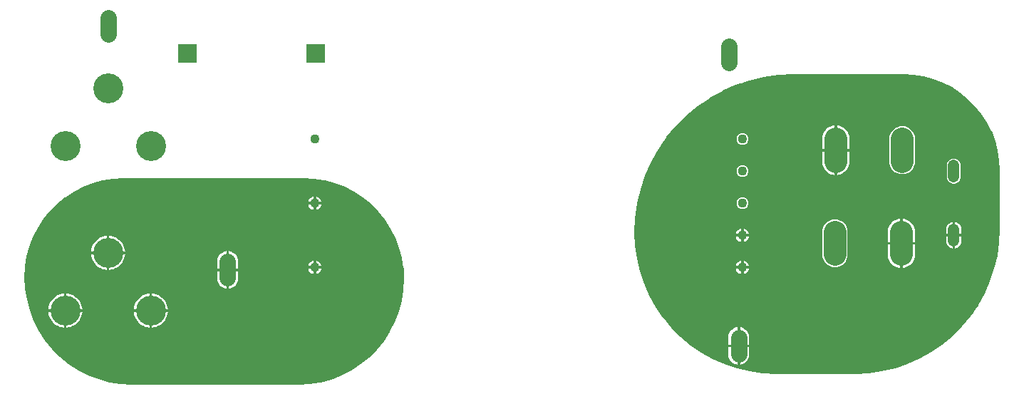
<source format=gbr>
G04 EAGLE Gerber X2 export*
%TF.Part,Single*%
%TF.FileFunction,Copper,L2,Bot,Mixed*%
%TF.FilePolarity,Positive*%
%TF.GenerationSoftware,Autodesk,EAGLE,9.1.3*%
%TF.CreationDate,2018-11-12T08:01:02Z*%
G75*
%MOMM*%
%FSLAX34Y34*%
%LPD*%
%AMOC8*
5,1,8,0,0,1.08239X$1,22.5*%
G01*
%ADD10R,2.286000X2.286000*%
%ADD11C,2.700000*%
%ADD12C,1.108000*%
%ADD13C,1.320800*%
%ADD14C,3.556000*%
%ADD15C,1.981200*%
%ADD16C,0.756400*%

G36*
X1025688Y25641D02*
X1025688Y25641D01*
X1025710Y25640D01*
X1041512Y26370D01*
X1041537Y26375D01*
X1041582Y26377D01*
X1057250Y28562D01*
X1057274Y28570D01*
X1057319Y28575D01*
X1072718Y32197D01*
X1072741Y32206D01*
X1072785Y32216D01*
X1073721Y32530D01*
X1075992Y33291D01*
X1078264Y34052D01*
X1080535Y34814D01*
X1085077Y36336D01*
X1087784Y37243D01*
X1087806Y37255D01*
X1087850Y37269D01*
X1102321Y43658D01*
X1102342Y43672D01*
X1102384Y43690D01*
X1116204Y51387D01*
X1116223Y51403D01*
X1116263Y51424D01*
X1129314Y60364D01*
X1129332Y60381D01*
X1129370Y60406D01*
X1141540Y70512D01*
X1141557Y70531D01*
X1141592Y70560D01*
X1152778Y81745D01*
X1152792Y81766D01*
X1152825Y81797D01*
X1162931Y93967D01*
X1162944Y93989D01*
X1162973Y94024D01*
X1165375Y97529D01*
X1165375Y97530D01*
X1165896Y98291D01*
X1165897Y98291D01*
X1166418Y99052D01*
X1166939Y99813D01*
X1166940Y99813D01*
X1167461Y100574D01*
X1167461Y100575D01*
X1167982Y101336D01*
X1168504Y102097D01*
X1171913Y107074D01*
X1171924Y107097D01*
X1171950Y107134D01*
X1179648Y120954D01*
X1179656Y120977D01*
X1179679Y121017D01*
X1186069Y135488D01*
X1186075Y135512D01*
X1186094Y135553D01*
X1191121Y150552D01*
X1191125Y150577D01*
X1191141Y150620D01*
X1194762Y166019D01*
X1194764Y166044D01*
X1194775Y166088D01*
X1196961Y181755D01*
X1196960Y181780D01*
X1196967Y181825D01*
X1197698Y197627D01*
X1197696Y197641D01*
X1197699Y197663D01*
X1197699Y267150D01*
X1197696Y267165D01*
X1197698Y267190D01*
X1197075Y279080D01*
X1197069Y279107D01*
X1197066Y279159D01*
X1195204Y290919D01*
X1195195Y290945D01*
X1195187Y290997D01*
X1192106Y302498D01*
X1192094Y302523D01*
X1192081Y302574D01*
X1187814Y313689D01*
X1187800Y313713D01*
X1187782Y313762D01*
X1182376Y324371D01*
X1182360Y324393D01*
X1182336Y324440D01*
X1175852Y334425D01*
X1175833Y334446D01*
X1175805Y334490D01*
X1168312Y343743D01*
X1168291Y343761D01*
X1168259Y343802D01*
X1159839Y352221D01*
X1159817Y352237D01*
X1159780Y352274D01*
X1150527Y359767D01*
X1150503Y359781D01*
X1150463Y359814D01*
X1140477Y366299D01*
X1140452Y366310D01*
X1140408Y366339D01*
X1129799Y371744D01*
X1129773Y371752D01*
X1129727Y371776D01*
X1118611Y376043D01*
X1118584Y376049D01*
X1118535Y376068D01*
X1107035Y379150D01*
X1107007Y379152D01*
X1106957Y379166D01*
X1095197Y381029D01*
X1095169Y381029D01*
X1095117Y381037D01*
X1083227Y381660D01*
X1083212Y381659D01*
X1083188Y381661D01*
X951613Y381661D01*
X951599Y381659D01*
X951577Y381660D01*
X934296Y380861D01*
X934271Y380856D01*
X934226Y380855D01*
X917092Y378465D01*
X917068Y378457D01*
X917023Y378452D01*
X900183Y374491D01*
X900160Y374482D01*
X900115Y374472D01*
X899457Y374252D01*
X899457Y374251D01*
X897186Y373490D01*
X892644Y371968D01*
X890372Y371207D01*
X890372Y371206D01*
X888101Y370445D01*
X883712Y368974D01*
X883690Y368963D01*
X883647Y368949D01*
X867821Y361961D01*
X867800Y361947D01*
X867758Y361930D01*
X852645Y353512D01*
X852625Y353496D01*
X852585Y353475D01*
X838313Y343698D01*
X838305Y343690D01*
X838297Y343686D01*
X838287Y343676D01*
X838257Y343656D01*
X824947Y332604D01*
X824931Y332585D01*
X824895Y332556D01*
X812662Y320324D01*
X812648Y320303D01*
X812615Y320272D01*
X801563Y306962D01*
X801551Y306941D01*
X801521Y306906D01*
X795306Y297833D01*
X794784Y297072D01*
X794263Y296311D01*
X794263Y296310D01*
X793741Y295549D01*
X793220Y294788D01*
X792698Y294027D01*
X792177Y293266D01*
X792177Y293265D01*
X791744Y292634D01*
X791733Y292611D01*
X791707Y292574D01*
X783289Y277461D01*
X783280Y277437D01*
X783258Y277398D01*
X776270Y261572D01*
X776264Y261548D01*
X776245Y261506D01*
X770747Y245104D01*
X770745Y245092D01*
X770741Y245084D01*
X770740Y245070D01*
X770728Y245036D01*
X766767Y228196D01*
X766765Y228171D01*
X766754Y228127D01*
X764364Y210993D01*
X764364Y210968D01*
X764357Y210923D01*
X763558Y193641D01*
X763561Y193616D01*
X763558Y193571D01*
X764272Y178143D01*
X764277Y178119D01*
X764278Y178073D01*
X766412Y162777D01*
X766419Y162753D01*
X766425Y162708D01*
X769961Y147674D01*
X769970Y147651D01*
X769980Y147606D01*
X774888Y132962D01*
X774900Y132940D01*
X774913Y132897D01*
X781152Y118769D01*
X781165Y118747D01*
X781183Y118706D01*
X788698Y105213D01*
X788714Y105193D01*
X788735Y105153D01*
X797464Y92412D01*
X797481Y92394D01*
X797506Y92356D01*
X807372Y80474D01*
X807391Y80457D01*
X807420Y80422D01*
X818341Y69501D01*
X818361Y69486D01*
X818393Y69454D01*
X830274Y59587D01*
X830296Y59574D01*
X830331Y59545D01*
X843072Y50817D01*
X843095Y50806D01*
X843132Y50780D01*
X856624Y43264D01*
X856648Y43256D01*
X856687Y43233D01*
X870816Y36995D01*
X870840Y36988D01*
X870881Y36969D01*
X885525Y32061D01*
X885550Y32057D01*
X885593Y32042D01*
X900627Y28506D01*
X900652Y28504D01*
X900696Y28493D01*
X915992Y26359D01*
X916017Y26360D01*
X916062Y26353D01*
X931490Y25640D01*
X931503Y25641D01*
X931525Y25639D01*
X1025675Y25639D01*
X1025688Y25641D01*
G37*
G36*
X364115Y12841D02*
X364115Y12841D01*
X364140Y12840D01*
X377215Y13525D01*
X377242Y13531D01*
X377294Y13533D01*
X390226Y15582D01*
X390252Y15590D01*
X390304Y15598D01*
X402951Y18987D01*
X402976Y18998D01*
X403027Y19012D01*
X415250Y23704D01*
X415274Y23718D01*
X415323Y23736D01*
X426989Y29680D01*
X427012Y29697D01*
X427058Y29720D01*
X438039Y36851D01*
X438060Y36870D01*
X438104Y36898D01*
X448279Y45138D01*
X448297Y45158D01*
X448338Y45191D01*
X457596Y54449D01*
X457613Y54472D01*
X457650Y54509D01*
X465890Y64684D01*
X465903Y64708D01*
X465936Y64748D01*
X473067Y75729D01*
X473078Y75754D01*
X473107Y75798D01*
X479051Y87464D01*
X479060Y87491D01*
X479084Y87537D01*
X483776Y99761D01*
X483782Y99788D01*
X483801Y99836D01*
X487189Y112483D01*
X487192Y112511D01*
X487206Y112561D01*
X489254Y125493D01*
X489254Y125521D01*
X489262Y125572D01*
X489948Y138648D01*
X489945Y138675D01*
X489948Y138727D01*
X489298Y151132D01*
X489292Y151159D01*
X489289Y151212D01*
X487346Y163481D01*
X487337Y163507D01*
X487329Y163558D01*
X484114Y175557D01*
X484103Y175582D01*
X484090Y175633D01*
X479638Y187230D01*
X479624Y187254D01*
X479606Y187303D01*
X473966Y198371D01*
X473950Y198393D01*
X473927Y198440D01*
X467161Y208858D01*
X467142Y208878D01*
X467114Y208922D01*
X459297Y218576D01*
X459276Y218594D01*
X459244Y218635D01*
X450460Y227419D01*
X450437Y227435D01*
X450401Y227472D01*
X440747Y235289D01*
X440723Y235303D01*
X440683Y235336D01*
X430265Y242102D01*
X430239Y242113D01*
X430196Y242141D01*
X419128Y247781D01*
X419101Y247789D01*
X419055Y247813D01*
X407458Y252265D01*
X407431Y252270D01*
X407382Y252289D01*
X395383Y255504D01*
X395356Y255507D01*
X395306Y255521D01*
X383037Y257464D01*
X383009Y257464D01*
X382957Y257473D01*
X370552Y258123D01*
X370537Y258121D01*
X370513Y258124D01*
X156263Y258124D01*
X156247Y258121D01*
X156223Y258123D01*
X144007Y257483D01*
X143980Y257477D01*
X143928Y257474D01*
X131846Y255561D01*
X131820Y255552D01*
X131768Y255544D01*
X119953Y252378D01*
X119928Y252367D01*
X119877Y252354D01*
X108457Y247970D01*
X108434Y247956D01*
X108385Y247938D01*
X97486Y242384D01*
X97463Y242368D01*
X97417Y242344D01*
X87158Y235682D01*
X87137Y235664D01*
X87093Y235635D01*
X77587Y227937D01*
X77569Y227917D01*
X77528Y227884D01*
X68878Y219235D01*
X68862Y219212D01*
X68825Y219175D01*
X61127Y209669D01*
X61113Y209645D01*
X61080Y209605D01*
X54418Y199346D01*
X54407Y199321D01*
X54378Y199277D01*
X48825Y188378D01*
X48817Y188352D01*
X48793Y188305D01*
X44409Y176885D01*
X44403Y176858D01*
X44384Y176810D01*
X41218Y164994D01*
X41216Y164967D01*
X41202Y164916D01*
X39288Y152835D01*
X39288Y152807D01*
X39280Y152755D01*
X38640Y140540D01*
X38643Y140512D01*
X38640Y140460D01*
X39335Y127196D01*
X39341Y127168D01*
X39343Y127116D01*
X41421Y113997D01*
X41430Y113971D01*
X41438Y113919D01*
X44876Y101089D01*
X44887Y101064D01*
X44900Y101013D01*
X49660Y88612D01*
X49674Y88588D01*
X49693Y88540D01*
X55723Y76704D01*
X55739Y76682D01*
X55763Y76635D01*
X62997Y65495D01*
X63016Y65475D01*
X63044Y65431D01*
X71403Y55108D01*
X71424Y55090D01*
X71457Y55049D01*
X80849Y45657D01*
X80872Y45640D01*
X80908Y45603D01*
X91231Y37244D01*
X91255Y37230D01*
X91295Y37197D01*
X102435Y29963D01*
X102461Y29952D01*
X102504Y29923D01*
X114340Y23893D01*
X114366Y23884D01*
X114412Y23860D01*
X126813Y19100D01*
X126840Y19095D01*
X126889Y19076D01*
X139719Y15638D01*
X139747Y15635D01*
X139797Y15621D01*
X152916Y13543D01*
X152944Y13543D01*
X152996Y13535D01*
X166260Y12840D01*
X166275Y12841D01*
X166300Y12839D01*
X364100Y12839D01*
X364115Y12841D01*
G37*
%LPC*%
G36*
X998611Y152238D02*
X998611Y152238D01*
X993089Y154525D01*
X988863Y158752D01*
X986575Y164274D01*
X986575Y197251D01*
X988863Y202773D01*
X993089Y207000D01*
X998611Y209287D01*
X1004589Y209287D01*
X1010111Y207000D01*
X1014337Y202773D01*
X1016625Y197251D01*
X1016625Y164274D01*
X1014337Y158752D01*
X1010111Y154525D01*
X1004589Y152238D01*
X998611Y152238D01*
G37*
%LPD*%
%LPC*%
G36*
X1078711Y262975D02*
X1078711Y262975D01*
X1073189Y265263D01*
X1068963Y269489D01*
X1066675Y275011D01*
X1066675Y307989D01*
X1068963Y313511D01*
X1073189Y317737D01*
X1078711Y320025D01*
X1084689Y320025D01*
X1090211Y317737D01*
X1094437Y313511D01*
X1096725Y307989D01*
X1096725Y275011D01*
X1094437Y269489D01*
X1090211Y265263D01*
X1084689Y262975D01*
X1078711Y262975D01*
G37*
%LPD*%
%LPC*%
G36*
X1141283Y251817D02*
X1141283Y251817D01*
X1138295Y253055D01*
X1136009Y255341D01*
X1134771Y258329D01*
X1134771Y274771D01*
X1136009Y277759D01*
X1138295Y280045D01*
X1141283Y281283D01*
X1144517Y281283D01*
X1147505Y280045D01*
X1149791Y277759D01*
X1151029Y274771D01*
X1151029Y258329D01*
X1149791Y255341D01*
X1147505Y253055D01*
X1144517Y251817D01*
X1141283Y251817D01*
G37*
%LPD*%
%LPC*%
G36*
X1004223Y293023D02*
X1004223Y293023D01*
X1004223Y320979D01*
X1005836Y320766D01*
X1007867Y320222D01*
X1009810Y319417D01*
X1011631Y318366D01*
X1013299Y317086D01*
X1014786Y315599D01*
X1016066Y313931D01*
X1017117Y312110D01*
X1017922Y310167D01*
X1018466Y308136D01*
X1018741Y306051D01*
X1018741Y293023D01*
X1004223Y293023D01*
G37*
%LPD*%
%LPC*%
G36*
X1082123Y182286D02*
X1082123Y182286D01*
X1082123Y210241D01*
X1083736Y210029D01*
X1085767Y209485D01*
X1087710Y208680D01*
X1089531Y207629D01*
X1091199Y206348D01*
X1092686Y204862D01*
X1093966Y203193D01*
X1095017Y201372D01*
X1095822Y199430D01*
X1096366Y197399D01*
X1096641Y195314D01*
X1096641Y182286D01*
X1082123Y182286D01*
G37*
%LPD*%
%LPC*%
G36*
X1082123Y179239D02*
X1082123Y179239D01*
X1096641Y179239D01*
X1096641Y166211D01*
X1096366Y164126D01*
X1095822Y162095D01*
X1095017Y160153D01*
X1093966Y158332D01*
X1092686Y156663D01*
X1091199Y155177D01*
X1089531Y153896D01*
X1087710Y152845D01*
X1085767Y152040D01*
X1083736Y151496D01*
X1082123Y151284D01*
X1082123Y179239D01*
G37*
%LPD*%
%LPC*%
G36*
X1004223Y289977D02*
X1004223Y289977D01*
X1018741Y289977D01*
X1018741Y276949D01*
X1018466Y274864D01*
X1017922Y272833D01*
X1017117Y270890D01*
X1016066Y269069D01*
X1014786Y267401D01*
X1013299Y265914D01*
X1011631Y264634D01*
X1009810Y263583D01*
X1007867Y262778D01*
X1005836Y262234D01*
X1004223Y262021D01*
X1004223Y289977D01*
G37*
%LPD*%
%LPC*%
G36*
X986659Y293023D02*
X986659Y293023D01*
X986659Y306051D01*
X986934Y308136D01*
X987478Y310167D01*
X988283Y312110D01*
X989334Y313931D01*
X990614Y315599D01*
X992101Y317086D01*
X993769Y318366D01*
X995590Y319417D01*
X997533Y320222D01*
X999564Y320766D01*
X1001177Y320979D01*
X1001177Y293023D01*
X986659Y293023D01*
G37*
%LPD*%
%LPC*%
G36*
X1064559Y182286D02*
X1064559Y182286D01*
X1064559Y195314D01*
X1064834Y197399D01*
X1065378Y199430D01*
X1066183Y201372D01*
X1067234Y203193D01*
X1068514Y204862D01*
X1070001Y206348D01*
X1071669Y207629D01*
X1073490Y208680D01*
X1075433Y209485D01*
X1077464Y210029D01*
X1079077Y210241D01*
X1079077Y182286D01*
X1064559Y182286D01*
G37*
%LPD*%
%LPC*%
G36*
X1077464Y151496D02*
X1077464Y151496D01*
X1075433Y152040D01*
X1073490Y152845D01*
X1071669Y153896D01*
X1070001Y155177D01*
X1068514Y156663D01*
X1067234Y158332D01*
X1066183Y160153D01*
X1065378Y162095D01*
X1064834Y164126D01*
X1064559Y166211D01*
X1064559Y179239D01*
X1079077Y179239D01*
X1079077Y151284D01*
X1077464Y151496D01*
G37*
%LPD*%
%LPC*%
G36*
X999564Y262234D02*
X999564Y262234D01*
X997533Y262778D01*
X995590Y263583D01*
X993769Y264634D01*
X992101Y265914D01*
X990614Y267401D01*
X989334Y269069D01*
X988283Y270890D01*
X987478Y272833D01*
X986934Y274864D01*
X986659Y276949D01*
X986659Y289977D01*
X1001177Y289977D01*
X1001177Y262021D01*
X999564Y262234D01*
G37*
%LPD*%
%LPC*%
G36*
X88723Y102423D02*
X88723Y102423D01*
X88723Y121196D01*
X91173Y120873D01*
X93746Y120184D01*
X96207Y119164D01*
X98514Y117832D01*
X100627Y116211D01*
X102511Y114327D01*
X104132Y112214D01*
X105464Y109907D01*
X106484Y107446D01*
X107173Y104873D01*
X107496Y102423D01*
X88723Y102423D01*
G37*
%LPD*%
%LPC*%
G36*
X139523Y171023D02*
X139523Y171023D01*
X139523Y189796D01*
X141973Y189473D01*
X144546Y188784D01*
X147007Y187764D01*
X149314Y186432D01*
X151427Y184811D01*
X153311Y182927D01*
X154932Y180814D01*
X156264Y178507D01*
X157284Y176046D01*
X157973Y173473D01*
X158296Y171023D01*
X139523Y171023D01*
G37*
%LPD*%
%LPC*%
G36*
X190323Y102423D02*
X190323Y102423D01*
X190323Y121196D01*
X192773Y120873D01*
X195346Y120184D01*
X197807Y119164D01*
X200114Y117832D01*
X202227Y116211D01*
X204111Y114327D01*
X205732Y112214D01*
X207064Y109907D01*
X208084Y107446D01*
X208773Y104873D01*
X209096Y102423D01*
X190323Y102423D01*
G37*
%LPD*%
%LPC*%
G36*
X190323Y99377D02*
X190323Y99377D01*
X209096Y99377D01*
X208773Y96927D01*
X208084Y94354D01*
X207064Y91893D01*
X205732Y89586D01*
X204111Y87473D01*
X202227Y85589D01*
X200114Y83968D01*
X197807Y82636D01*
X195346Y81616D01*
X192773Y80927D01*
X190323Y80604D01*
X190323Y99377D01*
G37*
%LPD*%
%LPC*%
G36*
X88723Y99377D02*
X88723Y99377D01*
X107496Y99377D01*
X107173Y96927D01*
X106484Y94354D01*
X105464Y91893D01*
X104132Y89586D01*
X102511Y87473D01*
X100627Y85589D01*
X98514Y83968D01*
X96207Y82636D01*
X93746Y81616D01*
X91173Y80927D01*
X88723Y80604D01*
X88723Y99377D01*
G37*
%LPD*%
%LPC*%
G36*
X117704Y171023D02*
X117704Y171023D01*
X118027Y173473D01*
X118716Y176046D01*
X119736Y178507D01*
X121068Y180814D01*
X122689Y182927D01*
X124573Y184811D01*
X126686Y186432D01*
X128993Y187764D01*
X131454Y188784D01*
X134027Y189473D01*
X136477Y189796D01*
X136477Y171023D01*
X117704Y171023D01*
G37*
%LPD*%
%LPC*%
G36*
X139523Y167977D02*
X139523Y167977D01*
X158296Y167977D01*
X157973Y165527D01*
X157284Y162954D01*
X156264Y160493D01*
X154932Y158186D01*
X153311Y156073D01*
X151427Y154189D01*
X149314Y152568D01*
X147007Y151236D01*
X144546Y150216D01*
X141973Y149527D01*
X139523Y149204D01*
X139523Y167977D01*
G37*
%LPD*%
%LPC*%
G36*
X168504Y102423D02*
X168504Y102423D01*
X168827Y104873D01*
X169516Y107446D01*
X170536Y109907D01*
X171868Y112214D01*
X173489Y114327D01*
X175373Y116211D01*
X177486Y117832D01*
X179793Y119164D01*
X182254Y120184D01*
X184827Y120873D01*
X187277Y121196D01*
X187277Y102423D01*
X168504Y102423D01*
G37*
%LPD*%
%LPC*%
G36*
X66904Y102423D02*
X66904Y102423D01*
X67227Y104873D01*
X67916Y107446D01*
X68936Y109907D01*
X70268Y112214D01*
X71889Y114327D01*
X73773Y116211D01*
X75886Y117832D01*
X78193Y119164D01*
X80654Y120184D01*
X83227Y120873D01*
X85677Y121196D01*
X85677Y102423D01*
X66904Y102423D01*
G37*
%LPD*%
%LPC*%
G36*
X184827Y80927D02*
X184827Y80927D01*
X182254Y81616D01*
X179793Y82636D01*
X177486Y83968D01*
X175373Y85589D01*
X173489Y87473D01*
X171868Y89586D01*
X170536Y91893D01*
X169516Y94354D01*
X168827Y96927D01*
X168504Y99377D01*
X187277Y99377D01*
X187277Y80604D01*
X184827Y80927D01*
G37*
%LPD*%
%LPC*%
G36*
X83227Y80927D02*
X83227Y80927D01*
X80654Y81616D01*
X78193Y82636D01*
X75886Y83968D01*
X73773Y85589D01*
X71889Y87473D01*
X70268Y89586D01*
X68936Y91893D01*
X67916Y94354D01*
X67227Y96927D01*
X66904Y99377D01*
X85677Y99377D01*
X85677Y80604D01*
X83227Y80927D01*
G37*
%LPD*%
%LPC*%
G36*
X134027Y149527D02*
X134027Y149527D01*
X131454Y150216D01*
X128993Y151236D01*
X126686Y152568D01*
X124573Y154189D01*
X122689Y156073D01*
X121068Y158186D01*
X119736Y160493D01*
X118716Y162954D01*
X118027Y165527D01*
X117704Y167977D01*
X136477Y167977D01*
X136477Y149204D01*
X134027Y149527D01*
G37*
%LPD*%
%LPC*%
G36*
X281523Y150723D02*
X281523Y150723D01*
X281523Y171467D01*
X282915Y171246D01*
X284778Y170641D01*
X286523Y169751D01*
X288109Y168600D01*
X289494Y167215D01*
X290645Y165629D01*
X291535Y163884D01*
X292140Y162021D01*
X292447Y160086D01*
X292447Y150723D01*
X281523Y150723D01*
G37*
%LPD*%
%LPC*%
G36*
X888923Y60423D02*
X888923Y60423D01*
X888923Y81167D01*
X890315Y80946D01*
X892178Y80341D01*
X893923Y79451D01*
X895509Y78300D01*
X896894Y76915D01*
X898045Y75329D01*
X898935Y73584D01*
X899540Y71721D01*
X899847Y69786D01*
X899847Y60423D01*
X888923Y60423D01*
G37*
%LPD*%
%LPC*%
G36*
X888923Y57377D02*
X888923Y57377D01*
X899847Y57377D01*
X899847Y48014D01*
X899540Y46079D01*
X898935Y44216D01*
X898045Y42471D01*
X896894Y40885D01*
X895509Y39500D01*
X893923Y38349D01*
X892178Y37459D01*
X890315Y36854D01*
X888923Y36633D01*
X888923Y57377D01*
G37*
%LPD*%
%LPC*%
G36*
X281523Y147677D02*
X281523Y147677D01*
X292447Y147677D01*
X292447Y138314D01*
X292140Y136379D01*
X291535Y134516D01*
X290645Y132771D01*
X289494Y131185D01*
X288109Y129800D01*
X286523Y128649D01*
X284778Y127759D01*
X282915Y127154D01*
X281523Y126933D01*
X281523Y147677D01*
G37*
%LPD*%
%LPC*%
G36*
X267553Y150723D02*
X267553Y150723D01*
X267553Y160086D01*
X267860Y162021D01*
X268465Y163884D01*
X269355Y165629D01*
X270506Y167215D01*
X271891Y168600D01*
X273477Y169751D01*
X275222Y170641D01*
X277085Y171246D01*
X278477Y171467D01*
X278477Y150723D01*
X267553Y150723D01*
G37*
%LPD*%
%LPC*%
G36*
X874953Y60423D02*
X874953Y60423D01*
X874953Y69786D01*
X875260Y71721D01*
X875865Y73584D01*
X876755Y75329D01*
X877906Y76915D01*
X879291Y78300D01*
X880877Y79451D01*
X882622Y80341D01*
X884485Y80946D01*
X885877Y81167D01*
X885877Y60423D01*
X874953Y60423D01*
G37*
%LPD*%
%LPC*%
G36*
X277085Y127154D02*
X277085Y127154D01*
X275222Y127759D01*
X273477Y128649D01*
X271891Y129800D01*
X270506Y131185D01*
X269355Y132771D01*
X268465Y134516D01*
X267860Y136379D01*
X267553Y138314D01*
X267553Y147677D01*
X278477Y147677D01*
X278477Y126933D01*
X277085Y127154D01*
G37*
%LPD*%
%LPC*%
G36*
X884485Y36854D02*
X884485Y36854D01*
X882622Y37459D01*
X880877Y38349D01*
X879291Y39500D01*
X877906Y40885D01*
X876755Y42471D01*
X875865Y44216D01*
X875260Y46079D01*
X874953Y48014D01*
X874953Y57377D01*
X885877Y57377D01*
X885877Y36633D01*
X884485Y36854D01*
G37*
%LPD*%
%LPC*%
G36*
X890395Y259535D02*
X890395Y259535D01*
X887798Y260611D01*
X885811Y262598D01*
X884735Y265195D01*
X884735Y268005D01*
X885811Y270602D01*
X887798Y272589D01*
X890395Y273665D01*
X893205Y273665D01*
X895802Y272589D01*
X897789Y270602D01*
X898865Y268005D01*
X898865Y265195D01*
X897789Y262598D01*
X895802Y260611D01*
X893205Y259535D01*
X890395Y259535D01*
G37*
%LPD*%
%LPC*%
G36*
X890395Y297635D02*
X890395Y297635D01*
X887798Y298711D01*
X885811Y300698D01*
X884735Y303295D01*
X884735Y306105D01*
X885811Y308702D01*
X887798Y310689D01*
X890395Y311765D01*
X893205Y311765D01*
X895802Y310689D01*
X897789Y308702D01*
X898865Y306105D01*
X898865Y303295D01*
X897789Y300698D01*
X895802Y298711D01*
X893205Y297635D01*
X890395Y297635D01*
G37*
%LPD*%
%LPC*%
G36*
X890395Y221435D02*
X890395Y221435D01*
X887798Y222511D01*
X885811Y224498D01*
X884735Y227095D01*
X884735Y229905D01*
X885811Y232502D01*
X887798Y234489D01*
X890395Y235565D01*
X893205Y235565D01*
X895802Y234489D01*
X897789Y232502D01*
X898865Y229905D01*
X898865Y227095D01*
X897789Y224498D01*
X895802Y222511D01*
X893205Y221435D01*
X890395Y221435D01*
G37*
%LPD*%
%LPC*%
G36*
X1144423Y191873D02*
X1144423Y191873D01*
X1144423Y205975D01*
X1145567Y205747D01*
X1147232Y205058D01*
X1148730Y204057D01*
X1150003Y202784D01*
X1151004Y201286D01*
X1151693Y199621D01*
X1152045Y197855D01*
X1152045Y191873D01*
X1144423Y191873D01*
G37*
%LPD*%
%LPC*%
G36*
X1144423Y188827D02*
X1144423Y188827D01*
X1152045Y188827D01*
X1152045Y182845D01*
X1151693Y181079D01*
X1151004Y179414D01*
X1150003Y177916D01*
X1148730Y176643D01*
X1147232Y175642D01*
X1145567Y174953D01*
X1144423Y174725D01*
X1144423Y188827D01*
G37*
%LPD*%
%LPC*%
G36*
X1133755Y191873D02*
X1133755Y191873D01*
X1133755Y197855D01*
X1134107Y199621D01*
X1134796Y201286D01*
X1135797Y202784D01*
X1137070Y204057D01*
X1138568Y205058D01*
X1140233Y205747D01*
X1141377Y205975D01*
X1141377Y191873D01*
X1133755Y191873D01*
G37*
%LPD*%
%LPC*%
G36*
X1140233Y174953D02*
X1140233Y174953D01*
X1138568Y175642D01*
X1137070Y176643D01*
X1135797Y177916D01*
X1134796Y179414D01*
X1134107Y181079D01*
X1133755Y182845D01*
X1133755Y188827D01*
X1141377Y188827D01*
X1141377Y174725D01*
X1140233Y174953D01*
G37*
%LPD*%
%LPC*%
G36*
X385299Y153799D02*
X385299Y153799D01*
X385299Y160241D01*
X386157Y160070D01*
X387628Y159461D01*
X388951Y158577D01*
X390077Y157451D01*
X390961Y156128D01*
X391570Y154657D01*
X391741Y153799D01*
X385299Y153799D01*
G37*
%LPD*%
%LPC*%
G36*
X893299Y191899D02*
X893299Y191899D01*
X893299Y198341D01*
X894157Y198170D01*
X895628Y197561D01*
X896951Y196677D01*
X898077Y195551D01*
X898961Y194228D01*
X899570Y192757D01*
X899741Y191899D01*
X893299Y191899D01*
G37*
%LPD*%
%LPC*%
G36*
X385299Y229999D02*
X385299Y229999D01*
X385299Y236441D01*
X386157Y236270D01*
X387628Y235661D01*
X388951Y234777D01*
X390077Y233651D01*
X390961Y232328D01*
X391570Y230857D01*
X391741Y229999D01*
X385299Y229999D01*
G37*
%LPD*%
%LPC*%
G36*
X893299Y153799D02*
X893299Y153799D01*
X893299Y160241D01*
X894157Y160070D01*
X895628Y159461D01*
X896951Y158577D01*
X898077Y157451D01*
X898961Y156128D01*
X899570Y154657D01*
X899741Y153799D01*
X893299Y153799D01*
G37*
%LPD*%
%LPC*%
G36*
X883859Y153799D02*
X883859Y153799D01*
X884030Y154657D01*
X884639Y156128D01*
X885523Y157451D01*
X886649Y158577D01*
X887972Y159461D01*
X889443Y160070D01*
X890301Y160241D01*
X890301Y153799D01*
X883859Y153799D01*
G37*
%LPD*%
%LPC*%
G36*
X385299Y150801D02*
X385299Y150801D01*
X391741Y150801D01*
X391570Y149943D01*
X390961Y148472D01*
X390077Y147149D01*
X388951Y146023D01*
X387628Y145139D01*
X386157Y144530D01*
X385299Y144359D01*
X385299Y150801D01*
G37*
%LPD*%
%LPC*%
G36*
X385299Y227001D02*
X385299Y227001D01*
X391741Y227001D01*
X391570Y226143D01*
X390961Y224672D01*
X390077Y223349D01*
X388951Y222223D01*
X387628Y221339D01*
X386157Y220730D01*
X385299Y220559D01*
X385299Y227001D01*
G37*
%LPD*%
%LPC*%
G36*
X883859Y191899D02*
X883859Y191899D01*
X884030Y192757D01*
X884639Y194228D01*
X885523Y195551D01*
X886649Y196677D01*
X887972Y197561D01*
X889443Y198170D01*
X890301Y198341D01*
X890301Y191899D01*
X883859Y191899D01*
G37*
%LPD*%
%LPC*%
G36*
X893299Y150801D02*
X893299Y150801D01*
X899741Y150801D01*
X899570Y149943D01*
X898961Y148472D01*
X898077Y147149D01*
X896951Y146023D01*
X895628Y145139D01*
X894157Y144530D01*
X893299Y144359D01*
X893299Y150801D01*
G37*
%LPD*%
%LPC*%
G36*
X375859Y153799D02*
X375859Y153799D01*
X376030Y154657D01*
X376639Y156128D01*
X377523Y157451D01*
X378649Y158577D01*
X379972Y159461D01*
X381443Y160070D01*
X382301Y160241D01*
X382301Y153799D01*
X375859Y153799D01*
G37*
%LPD*%
%LPC*%
G36*
X375859Y229999D02*
X375859Y229999D01*
X376030Y230857D01*
X376639Y232328D01*
X377523Y233651D01*
X378649Y234777D01*
X379972Y235661D01*
X381443Y236270D01*
X382301Y236441D01*
X382301Y229999D01*
X375859Y229999D01*
G37*
%LPD*%
%LPC*%
G36*
X893299Y188901D02*
X893299Y188901D01*
X899741Y188901D01*
X899570Y188043D01*
X898961Y186572D01*
X898077Y185249D01*
X896951Y184123D01*
X895628Y183239D01*
X894157Y182630D01*
X893299Y182459D01*
X893299Y188901D01*
G37*
%LPD*%
%LPC*%
G36*
X381443Y144530D02*
X381443Y144530D01*
X379972Y145139D01*
X378649Y146023D01*
X377523Y147149D01*
X376639Y148472D01*
X376030Y149943D01*
X375859Y150801D01*
X382301Y150801D01*
X382301Y144359D01*
X381443Y144530D01*
G37*
%LPD*%
%LPC*%
G36*
X889443Y144530D02*
X889443Y144530D01*
X887972Y145139D01*
X886649Y146023D01*
X885523Y147149D01*
X884639Y148472D01*
X884030Y149943D01*
X883859Y150801D01*
X890301Y150801D01*
X890301Y144359D01*
X889443Y144530D01*
G37*
%LPD*%
%LPC*%
G36*
X889443Y182630D02*
X889443Y182630D01*
X887972Y183239D01*
X886649Y184123D01*
X885523Y185249D01*
X884639Y186572D01*
X884030Y188043D01*
X883859Y188901D01*
X890301Y188901D01*
X890301Y182459D01*
X889443Y182630D01*
G37*
%LPD*%
%LPC*%
G36*
X381443Y220730D02*
X381443Y220730D01*
X379972Y221339D01*
X378649Y222223D01*
X377523Y223349D01*
X376639Y224672D01*
X376030Y226143D01*
X375859Y227001D01*
X382301Y227001D01*
X382301Y220559D01*
X381443Y220730D01*
G37*
%LPD*%
%LPC*%
G36*
X1142899Y190349D02*
X1142899Y190349D01*
X1142899Y190351D01*
X1142901Y190351D01*
X1142901Y190349D01*
X1142899Y190349D01*
G37*
%LPD*%
%LPC*%
G36*
X137999Y169499D02*
X137999Y169499D01*
X137999Y169501D01*
X138001Y169501D01*
X138001Y169499D01*
X137999Y169499D01*
G37*
%LPD*%
%LPC*%
G36*
X87199Y100899D02*
X87199Y100899D01*
X87199Y100901D01*
X87201Y100901D01*
X87201Y100899D01*
X87199Y100899D01*
G37*
%LPD*%
%LPC*%
G36*
X1002699Y291499D02*
X1002699Y291499D01*
X1002699Y291501D01*
X1002701Y291501D01*
X1002701Y291499D01*
X1002699Y291499D01*
G37*
%LPD*%
%LPC*%
G36*
X1080599Y180762D02*
X1080599Y180762D01*
X1080599Y180763D01*
X1080601Y180763D01*
X1080601Y180762D01*
X1080599Y180762D01*
G37*
%LPD*%
%LPC*%
G36*
X887399Y58899D02*
X887399Y58899D01*
X887399Y58901D01*
X887401Y58901D01*
X887401Y58899D01*
X887399Y58899D01*
G37*
%LPD*%
%LPC*%
G36*
X279999Y149199D02*
X279999Y149199D01*
X279999Y149201D01*
X280001Y149201D01*
X280001Y149199D01*
X279999Y149199D01*
G37*
%LPD*%
%LPC*%
G36*
X188799Y100899D02*
X188799Y100899D01*
X188799Y100901D01*
X188801Y100901D01*
X188801Y100899D01*
X188799Y100899D01*
G37*
%LPD*%
D10*
X232688Y405975D03*
X385088Y405975D03*
D11*
X1002700Y305000D02*
X1002700Y278000D01*
X1081700Y278000D02*
X1081700Y305000D01*
X1080600Y194263D02*
X1080600Y167263D01*
X1001600Y167263D02*
X1001600Y194263D01*
D12*
X383800Y304700D03*
X383800Y228500D03*
X383800Y152300D03*
X891800Y152300D03*
X891800Y190400D03*
X891800Y228500D03*
X891800Y266600D03*
X891800Y304700D03*
D13*
X1142900Y273154D02*
X1142900Y259946D01*
X1142900Y196954D02*
X1142900Y183746D01*
D14*
X188800Y100900D03*
X138000Y169500D03*
X87200Y100900D03*
X188800Y296500D03*
X138000Y365100D03*
X87200Y296500D03*
D15*
X138000Y428894D02*
X138000Y448706D01*
X876100Y414806D02*
X876100Y394994D01*
X887400Y68806D02*
X887400Y48994D01*
X280000Y139294D02*
X280000Y159106D01*
D16*
X274938Y233863D03*
X1081400Y233463D03*
M02*

</source>
